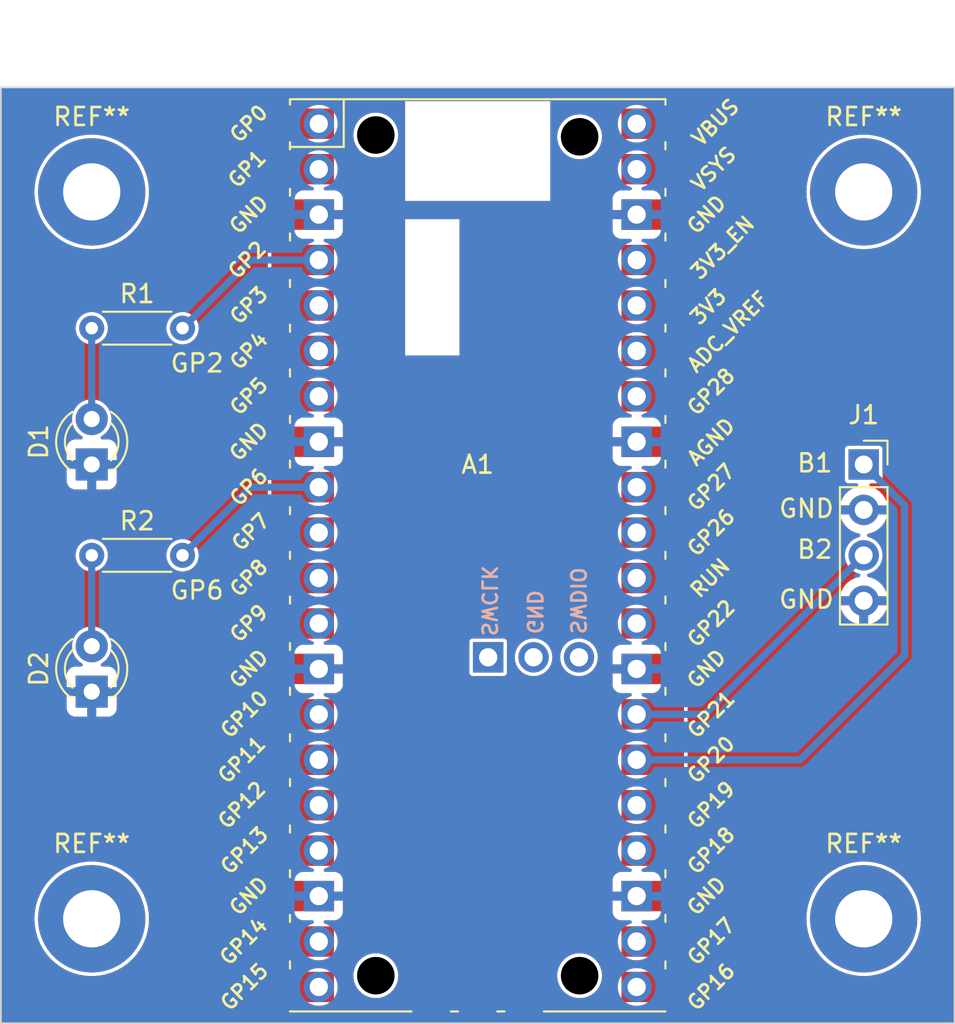
<source format=kicad_pcb>
(kicad_pcb (version 20221018) (generator pcbnew)
  (layers (0 "F.Cu" signal) (31 "B.Cu" signal) (34 "B.Paste" user) (35 "F.Paste" user) (36 "B.SilkS" user "B.Silkscreen") (37 "F.SilkS" user "F.Silkscreen") (38 "B.Mask" user) (39 "F.Mask" user) (44 "Edge.Cuts" user))
  (net 0 "")
  (net 3 "/LED1")
  (net 4 "/LED2")
  (net 21 "/BUTTON_2")
  (net 22 "/BUTTON_1")
  (net 33 "Net-(D1-A)")
  (net 34 "Net-(D2-A)")
  (net 35 "/GND")
  (footprint "twyleg-mechanical:MountingHole_3.2mm_M3" (layer "F.Cu") (at 104.14 96.52)
    (fp_text reference "REF**" (at 0 -4.2) (layer "F.SilkS"))
    (fp_text value "MP_MountingHole_3.2mm_M3" hide)
    (pad "" np_thru_hole circle (at 0 0) (size 6 6) (drill 3.2) (layers "F&B.Cu" "*.Mask"))
  )
  (footprint "LED_THT:LED_D3.0mm" (layer "F.Cu") (at 104.14 71.12 90)
    (fp_text reference "D1" (at 1.27 -2.96 90) (layer "F.SilkS"))
    (fp_text value "LED")
    (fp_line (start -0.29 -1.236) (end -0.29 -1.08) (stroke (width 0.12)) (layer "F.SilkS"))
    (fp_line (start -0.29 1.08) (end -0.29 1.236) (stroke (width 0.12)) (layer "F.SilkS"))
    (fp_arc (start -0.29 -1.235516) (mid 1.366487 -1.987659) (end 2.942335 -1.078608) (stroke (width 0.12)) (layer "F.SilkS"))
    (fp_arc (start 0.229039 -1.08) (mid 1.270117 -1.5) (end 2.31113 -1.079837) (stroke (width 0.12)) (layer "F.SilkS"))
    (fp_arc (start 2.31113 1.079837) (mid 1.270117 1.5) (end 0.229039 1.08) (stroke (width 0.12)) (layer "F.SilkS"))
    (fp_arc (start 2.942335 1.078608) (mid 1.366487 1.987659) (end -0.29 1.235516) (stroke (width 0.12)) (layer "F.SilkS"))
    (pad "1" thru_hole rect (at 0 0 90) (size 1.8 1.8) (drill 0.9) (layers "*.Cu" "*.Mask") (net 35 "/GND"))
    (pad "2" thru_hole circle (at 2.54 0 90) (size 1.8 1.8) (drill 0.9) (layers "*.Cu" "*.Mask") (net 33 "Net-(D1-A)"))
  )
  (footprint "Resistor_THT:R_Axial_DIN0204_L3.6mm_D1.6mm_P5.08mm_Horizontal" (layer "F.Cu") (at 104.14 76.2)
    (fp_text reference "R2" (at 2.54 -1.92) (layer "F.SilkS"))
    (fp_text value "150")
    (fp_line (start 0.62 -0.92) (end 4.46 -0.92) (stroke (width 0.12)) (layer "F.SilkS"))
    (fp_line (start 0.62 0.92) (end 4.46 0.92) (stroke (width 0.12)) (layer "F.SilkS"))
    (pad "1" thru_hole circle (at 0 0) (size 1.4 1.4) (drill 0.7) (layers "*.Cu" "*.Mask") (net 34 "Net-(D2-A)"))
    (pad "2" thru_hole oval (at 5.08 0) (size 1.4 1.4) (drill 0.7) (layers "*.Cu" "*.Mask") (net 4 "/LED2"))
  )
  (footprint "twyleg-mechanical:MountingHole_3.2mm_M3" (layer "F.Cu") (at 147.32 96.52)
    (fp_text reference "REF**" (at 0 -4.2) (layer "F.SilkS"))
    (fp_text value "MP_MountingHole_3.2mm_M3" hide)
    (pad "" np_thru_hole circle (at 0 0) (size 6 6) (drill 3.2) (layers "F&B.Cu" "*.Mask"))
  )
  (footprint "twyleg-mechanical:MountingHole_3.2mm_M3" (layer "F.Cu") (at 104.14 55.88)
    (fp_text reference "REF**" (at 0 -4.2) (layer "F.SilkS"))
    (fp_text value "MP_MountingHole_3.2mm_M3" hide)
    (pad "" np_thru_hole circle (at 0 0) (size 6 6) (drill 3.2) (layers "F&B.Cu" "*.Mask"))
  )
  (footprint "twyleg-mechanical:MountingHole_3.2mm_M3" (layer "F.Cu") (at 147.32 55.88)
    (fp_text reference "REF**" (at 0 -4.2) (layer "F.SilkS"))
    (fp_text value "MP_MountingHole_3.2mm_M3" hide)
    (pad "" np_thru_hole circle (at 0 0) (size 6 6) (drill 3.2) (layers "F&B.Cu" "*.Mask"))
  )
  (footprint "twyleg-board-connectors:RaspberryPiPicoW-THT-Dev" (layer "F.Cu") (at 125.73 76.2)
    (fp_text reference "A1" (at 0 -5.08) (layer "F.SilkS"))
    (fp_text value "RaspberryPi-Pico")
    (fp_text user "SWCLK" (at 0.635 2.54 270 unlocked) (layer "B.SilkS") (effects (font (size 0.8 0.8)) (justify mirror)))
    (fp_text user "SWDIO" (at 5.6 2.54 270 unlocked) (layer "B.SilkS") (effects (font (size 0.8 0.8)) (justify mirror)))
    (fp_text user "GND" (at 3.175 3.175 270 unlocked) (layer "B.SilkS") (effects (font (size 0.8 0.8)) (justify mirror)))
    (fp_text user "3V3" (at 12.9 -13.9 45) (layer "F.SilkS") (effects (font (size 0.8 0.8))))
    (fp_text user "GP2" (at -12.9 -16.51 45) (layer "F.SilkS") (effects (font (size 0.8 0.8))))
    (fp_text user "GP10" (at -13.054 8.89 45) (layer "F.SilkS") (effects (font (size 0.8 0.8))))
    (fp_text user "3V3_EN" (at 13.7 -17.2 45) (layer "F.SilkS") (effects (font (size 0.8 0.8))))
    (fp_text user "GP8" (at -12.8 1.27 45) (layer "F.SilkS") (effects (font (size 0.8 0.8))))
    (fp_text user "GP6" (at -12.8 -3.81 45) (layer "F.SilkS") (effects (font (size 0.8 0.8))))
    (fp_text user "VSYS" (at 13.2 -21.59 45) (layer "F.SilkS") (effects (font (size 0.8 0.8))))
    (fp_text user "GP14" (at -13.1 21.59 45) (layer "F.SilkS") (effects (font (size 0.8 0.8))))
    (fp_text user "RUN" (at 13 1.27 45) (layer "F.SilkS") (effects (font (size 0.8 0.8))))
    (fp_text user "GP13" (at -13.054 16.51 45) (layer "F.SilkS") (effects (font (size 0.8 0.8))))
    (fp_text user "GP28" (at 13.054 -9.144 45) (layer "F.SilkS") (effects (font (size 0.8 0.8))))
    (fp_text user "GND" (at -12.8 19.05 45) (layer "F.SilkS") (effects (font (size 0.8 0.8))))
    (fp_text user "GP26" (at 13.054 -1.27 45) (layer "F.SilkS") (effects (font (size 0.8 0.8))))
    (fp_text user "AGND" (at 13.054 -6.35 45) (layer "F.SilkS") (effects (font (size 0.8 0.8))))
    (fp_text user "GP9" (at -12.8 3.81 45) (layer "F.SilkS") (effects (font (size 0.8 0.8))))
    (fp_text user "GP16" (at 13.054 24.13 45) (layer "F.SilkS") (effects (font (size 0.8 0.8))))
    (fp_text user "GP19" (at 13.054 13.97 45) (layer "F.SilkS") (effects (font (size 0.8 0.8))))
    (fp_text user "GP0" (at -12.8 -24.13 45) (layer "F.SilkS") (effects (font (size 0.8 0.8))))
    (fp_text user "GP21" (at 13.054 8.9 45) (layer "F.SilkS") (effects (font (size 0.8 0.8))))
    (fp_text user "GP18" (at 13.054 16.51 45) (layer "F.SilkS") (effects (font (size 0.8 0.8))))
    (fp_text user "GP11" (at -13.2 11.43 45) (layer "F.SilkS") (effects (font (size 0.8 0.8))))
    (fp_text user "GP22" (at 13.054 3.81 45) (layer "F.SilkS") (effects (font (size 0.8 0.8))))
    (fp_text user "GP27" (at 13.054 -3.8 45) (layer "F.SilkS") (effects (font (size 0.8 0.8))))
    (fp_text user "GP1" (at -12.9 -21.6 45) (layer "F.SilkS") (effects (font (size 0.8 0.8))))
    (fp_text user "GND" (at 12.8 19.05 45) (layer "F.SilkS") (effects (font (size 0.8 0.8))))
    (fp_text user "GP5" (at -12.8 -8.89 45) (layer "F.SilkS") (effects (font (size 0.8 0.8))))
    (fp_text user "GND" (at -12.8 -6.35 45) (layer "F.SilkS") (effects (font (size 0.8 0.8))))
    (fp_text user "GP12" (at -13.2 13.97 45) (layer "F.SilkS") (effects (font (size 0.8 0.8))))
    (fp_text user "GP4" (at -12.8 -11.43 45) (layer "F.SilkS") (effects (font (size 0.8 0.8))))
    (fp_text user "ADC_VREF" (at 14 -12.5 45) (layer "F.SilkS") (effects (font (size 0.8 0.8))))
    (fp_text user "GND" (at -12.8 -19.05 45) (layer "F.SilkS") (effects (font (size 0.8 0.8))))
    (fp_text user "VBUS" (at 13.3 -24.2 45) (layer "F.SilkS") (effects (font (size 0.8 0.8))))
    (fp_text user "GND" (at 12.8 6.35 45) (layer "F.SilkS") (effects (font (size 0.8 0.8))))
    (fp_text user "GP17" (at 13.054 21.59 45) (layer "F.SilkS") (effects (font (size 0.8 0.8))))
    (fp_text user "GP3" (at -12.8 -13.97 45) (layer "F.SilkS") (effects (font (size 0.8 0.8))))
    (fp_text user "GND" (at 12.8 -19.05 45) (layer "F.SilkS") (effects (font (size 0.8 0.8))))
    (fp_text user "GP7" (at -12.7 -1.3 45) (layer "F.SilkS") (effects (font (size 0.8 0.8))))
    (fp_text user "GND" (at -12.8 6.35 45) (layer "F.SilkS") (effects (font (size 0.8 0.8))))
    (fp_text user "GP20" (at 13.054 11.43 45) (layer "F.SilkS") (effects (font (size 0.8 0.8))))
    (fp_text user "GP15" (at -13.054 24.13 45) (layer "F.SilkS") (effects (font (size 0.8 0.8))))
    (fp_line (start -10.5 -25.5) (end -10.5 -25.2) (stroke (width 0.12)) (layer "F.SilkS"))
    (fp_line (start -10.5 -25.5) (end 10.5 -25.5) (stroke (width 0.12)) (layer "F.SilkS"))
    (fp_line (start -10.5 -23.1) (end -10.5 -22.7) (stroke (width 0.12)) (layer "F.SilkS"))
    (fp_line (start -10.5 -22.833) (end -7.493 -22.833) (stroke (width 0.12)) (layer "F.SilkS"))
    (fp_line (start -10.5 -20.5) (end -10.5 -20.1) (stroke (width 0.12)) (layer "F.SilkS"))
    (fp_line (start -10.5 -18) (end -10.5 -17.6) (stroke (width 0.12)) (layer "F.SilkS"))
    (fp_line (start -10.5 -15.4) (end -10.5 -15) (stroke (width 0.12)) (layer "F.SilkS"))
    (fp_line (start -10.5 -12.9) (end -10.5 -12.5) (stroke (width 0.12)) (layer "F.SilkS"))
    (fp_line (start -10.5 -10.4) (end -10.5 -10) (stroke (width 0.12)) (layer "F.SilkS"))
    (fp_line (start -10.5 -7.8) (end -10.5 -7.4) (stroke (width 0.12)) (layer "F.SilkS"))
    (fp_line (start -10.5 -5.3) (end -10.5 -4.9) (stroke (width 0.12)) (layer "F.SilkS"))
    (fp_line (start -10.5 -2.7) (end -10.5 -2.3) (stroke (width 0.12)) (layer "F.SilkS"))
    (fp_line (start -10.5 -0.2) (end -10.5 0.2) (stroke (width 0.12)) (layer "F.SilkS"))
    (fp_line (start -10.5 2.3) (end -10.5 2.7) (stroke (width 0.12)) (layer "F.SilkS"))
    (fp_line (start -10.5 4.9) (end -10.5 5.3) (stroke (width 0.12)) (layer "F.SilkS"))
    (fp_line (start -10.5 7.4) (end -10.5 7.8) (stroke (width 0.12)) (layer "F.SilkS"))
    (fp_line (start -10.5 10) (end -10.5 10.4) (stroke (width 0.12)) (layer "F.SilkS"))
    (fp_line (start -10.5 12.5) (end -10.5 12.9) (stroke (width 0.12)) (layer "F.SilkS"))
    (fp_line (start -10.5 15.1) (end -10.5 15.5) (stroke (width 0.12)) (layer "F.SilkS"))
    (fp_line (start -10.5 17.6) (end -10.5 18) (stroke (width 0.12)) (layer "F.SilkS"))
    (fp_line (start -10.5 20.1) (end -10.5 20.5) (stroke (width 0.12)) (layer "F.SilkS"))
    (fp_line (start -10.5 22.7) (end -10.5 23.1) (stroke (width 0.12)) (layer "F.SilkS"))
    (fp_line (start -7.493 -22.833) (end -7.493 -25.5) (stroke (width 0.12)) (layer "F.SilkS"))
    (fp_line (start -3.7 25.5) (end -10.5 25.5) (stroke (width 0.12)) (layer "F.SilkS"))
    (fp_line (start -1.5 25.5) (end -1.1 25.5) (stroke (width 0.12)) (layer "F.SilkS"))
    (fp_line (start 1.1 25.5) (end 1.5 25.5) (stroke (width 0.12)) (layer "F.SilkS"))
    (fp_line (start 10.5 -25.5) (end 10.5 -25.2) (stroke (width 0.12)) (layer "F.SilkS"))
    (fp_line (start 10.5 -23.1) (end 10.5 -22.7) (stroke (width 0.12)) (layer "F.SilkS"))
    (fp_line (start 10.5 -20.5) (end 10.5 -20.1) (stroke (width 0.12)) (layer "F.SilkS"))
    (fp_line (start 10.5 -18) (end 10.5 -17.6) (stroke (width 0.12)) (layer "F.SilkS"))
    (fp_line (start 10.5 -15.4) (end 10.5 -15) (stroke (width 0.12)) (layer "F.SilkS"))
    (fp_line (start 10.5 -12.9) (end 10.5 -12.5) (stroke (width 0.12)) (layer "F.SilkS"))
    (fp_line (start 10.5 -10.4) (end 10.5 -10) (stroke (width 0.12)) (layer "F.SilkS"))
    (fp_line (start 10.5 -7.8) (end 10.5 -7.4) (stroke (width 0.12)) (layer "F.SilkS"))
    (fp_line (start 10.5 -5.3) (end 10.5 -4.9) (stroke (width 0.12)) (layer "F.SilkS"))
    (fp_line (start 10.5 -2.7) (end 10.5 -2.3) (stroke (width 0.12)) (layer "F.SilkS"))
    (fp_line (start 10.5 -0.2) (end 10.5 0.2) (stroke (width 0.12)) (layer "F.SilkS"))
    (fp_line (start 10.5 2.3) (end 10.5 2.7) (stroke (width 0.12)) (layer "F.SilkS"))
    (fp_line (start 10.5 4.9) (end 10.5 5.3) (stroke (width 0.12)) (layer "F.SilkS"))
    (fp_line (start 10.5 7.4) (end 10.5 7.8) (stroke (width 0.12)) (layer "F.SilkS"))
    (fp_line (start 10.5 10) (end 10.5 10.4) (stroke (width 0.12)) (layer "F.SilkS"))
    (fp_line (start 10.5 12.5) (end 10.5 12.9) (stroke (width 0.12)) (layer "F.SilkS"))
    (fp_line (start 10.5 15.1) (end 10.5 15.5) (stroke (width 0.12)) (layer "F.SilkS"))
    (fp_line (start 10.5 17.6) (end 10.5 18) (stroke (width 0.12)) (layer "F.SilkS"))
    (fp_line (start 10.5 20.1) (end 10.5 20.5) (stroke (width 0.12)) (layer "F.SilkS"))
    (fp_line (start 10.5 22.7) (end 10.5 23.1) (stroke (width 0.12)) (layer "F.SilkS"))
    (fp_line (start 10.5 25.5) (end 3.7 25.5) (stroke (width 0.12)) (layer "F.SilkS"))
    (pad "" np_thru_hole circle (at -5.7 -23.5) (size 2.1 2.1) (drill 2.1) (layers "*.Mask"))
    (pad "" np_thru_hole circle (at -5.7 23.5) (size 2.1 2.1) (drill 2.1) (layers "*.Mask"))
    (pad "" np_thru_hole oval (at -2.725 -24) (size 1.8 1.8) (drill 1.8) (layers "*.Cu" "*.Mask"))
    (pad "" np_thru_hole oval (at -2.425 -20.97) (size 1.5 1.5) (drill 1.5) (layers "*.Cu" "*.Mask"))
    (pad "" np_thru_hole oval (at 2.425 -20.97) (size 1.5 1.5) (drill 1.5) (layers "*.Cu" "*.Mask"))
    (pad "" np_thru_hole oval (at 2.725 -24) (size 1.8 1.8) (drill 1.8) (layers "*.Cu" "*.Mask"))
    (pad "" np_thru_hole circle (at 5.7 -23.4) (size 2.1 2.1) (drill 2.1) (layers "*.Mask"))
    (pad "" np_thru_hole circle (at 5.7 23.5) (size 2.1 2.1) (drill 2.1) (layers "*.Mask"))
    (pad "1" thru_hole oval (at -8.89 -24.13) (size 1.7 1.7) (drill 1.02) (layers "*.Cu" "*.Mask"))
    (pad "1" smd rect (at -8.89 -24.13) (size 3.5 1.7) (drill (offset -0.9 0)) (layers "F.Cu" "F.Mask"))
    (pad "2" thru_hole oval (at -8.89 -21.59) (size 1.7 1.7) (drill 1.02) (layers "*.Cu" "*.Mask"))
    (pad "2" smd rect (at -8.89 -21.59) (size 3.5 1.7) (drill (offset -0.9 0)) (layers "F.Cu" "F.Mask"))
    (pad "3" thru_hole rect (at -8.89 -19.05) (size 1.7 1.7) (drill 1.02) (layers "*.Cu" "*.Mask") (net 35 "/GND"))
    (pad "3" smd rect (at -8.89 -19.05) (size 3.5 1.7) (drill (offset -0.9 0)) (layers "F.Cu" "F.Mask") (net 35 "/GND"))
    (pad "4" thru_hole oval (at -8.89 -16.51) (size 1.7 1.7) (drill 1.02) (layers "*.Cu" "*.Mask") (net 3 "/LED1"))
    (pad "4" smd rect (at -8.89 -16.51) (size 3.5 1.7) (drill (offset -0.9 0)) (layers "F.Cu" "F.Mask") (net 3 "/LED1"))
    (pad "5" thru_hole oval (at -8.89 -13.97) (size 1.7 1.7) (drill 1.02) (layers "*.Cu" "*.Mask"))
    (pad "5" smd rect (at -8.89 -13.97) (size 3.5 1.7) (drill (offset -0.9 0)) (layers "F.Cu" "F.Mask"))
    (pad "6" thru_hole oval (at -8.89 -11.43) (size 1.7 1.7) (drill 1.02) (layers "*.Cu" "*.Mask"))
    (pad "6" smd rect (at -8.89 -11.43) (size 3.5 1.7) (drill (offset -0.9 0)) (layers "F.Cu" "F.Mask"))
    (pad "7" thru_hole oval (at -8.89 -8.89) (size 1.7 1.7) (drill 1.02) (layers "*.Cu" "*.Mask"))
    (pad "7" smd rect (at -8.89 -8.89) (size 3.5 1.7) (drill (offset -0.9 0)) (layers "F.Cu" "F.Mask"))
    (pad "8" thru_hole rect (at -8.89 -6.35) (size 1.7 1.7) (drill 1.02) (layers "*.Cu" "*.Mask") (net 35 "/GND"))
    (pad "8" smd rect (at -8.89 -6.35) (size 3.5 1.7) (drill (offset -0.9 0)) (layers "F.Cu" "F.Mask") (net 35 "/GND"))
    (pad "9" thru_hole oval (at -8.89 -3.81) (size 1.7 1.7) (drill 1.02) (layers "*.Cu" "*.Mask") (net 4 "/LED2"))
    (pad "9" smd rect (at -8.89 -3.81) (size 3.5 1.7) (drill (offset -0.9 0)) (layers "F.Cu" "F.Mask") (net 4 "/LED2"))
    (pad "10" thru_hole oval (at -8.89 -1.27) (size 1.7 1.7) (drill 1.02) (layers "*.Cu" "*.Mask"))
    (pad "10" smd rect (at -8.89 -1.27) (size 3.5 1.7) (drill (offset -0.9 0)) (layers "F.Cu" "F.Mask"))
    (pad "11" thru_hole oval (at -8.89 1.27) (size 1.7 1.7) (drill 1.02) (layers "*.Cu" "*.Mask"))
    (pad "11" smd rect (at -8.89 1.27) (size 3.5 1.7) (drill (offset -0.9 0)) (layers "F.Cu" "F.Mask"))
    (pad "12" thru_hole oval (at -8.89 3.81) (size 1.7 1.7) (drill 1.02) (layers "*.Cu" "*.Mask"))
    (pad "12" smd rect (at -8.89 3.81) (size 3.5 1.7) (drill (offset -0.9 0)) (layers "F.Cu" "F.Mask"))
    (pad "13" thru_hole rect (at -8.89 6.35) (size 1.7 1.7) (drill 1.02) (layers "*.Cu" "*.Mask") (net 35 "/GND"))
    (pad "13" smd rect (at -8.89 6.35) (size 3.5 1.7) (drill (offset -0.9 0)) (layers "F.Cu" "F.Mask") (net 35 "/GND"))
    (pad "14" thru_hole oval (at -8.89 8.89) (size 1.7 1.7) (drill 1.02) (layers "*.Cu" "*.Mask"))
    (pad "14" smd rect (at -8.89 8.89) (size 3.5 1.7) (drill (offset -0.9 0)) (layers "F.Cu" "F.Mask"))
    (pad "15" thru_hole oval (at -8.89 11.43) (size 1.7 1.7) (drill 1.02) (layers "*.Cu" "*.Mask"))
    (pad "15" smd rect (at -8.89 11.43) (size 3.5 1.7) (drill (offset -0.9 0)) (layers "F.Cu" "F.Mask"))
    (pad "16" thru_hole oval (at -8.89 13.97) (size 1.7 1.7) (drill 1.02) (layers "*.Cu" "*.Mask"))
    (pad "16" smd rect (at -8.89 13.97) (size 3.5 1.7) (drill (offset -0.9 0)) (layers "F.Cu" "F.Mask"))
    (pad "17" thru_hole oval (at -8.89 16.51) (size 1.7 1.7) (drill 1.02) (layers "*.Cu" "*.Mask"))
    (pad "17" smd rect (at -8.89 16.51) (size 3.5 1.7) (drill (offset -0.9 0)) (layers "F.Cu" "F.Mask"))
    (pad "18" thru_hole rect (at -8.89 19.05) (size 1.7 1.7) (drill 1.02) (layers "*.Cu" "*.Mask") (net 35 "/GND"))
    (pad "18" smd rect (at -8.89 19.05) (size 3.5 1.7) (drill (offset -0.9 0)) (layers "F.Cu" "F.Mask") (net 35 "/GND"))
    (pad "19" thru_hole oval (at -8.89 21.59) (size 1.7 1.7) (drill 1.02) (layers "*.Cu" "*.Mask"))
    (pad "19" smd rect (at -8.89 21.59) (size 3.5 1.7) (drill (offset -0.9 0)) (layers "F.Cu" "F.Mask"))
    (pad "20" thru_hole oval (at -8.89 24.13) (size 1.7 1.7) (drill 1.02) (layers "*.Cu" "*.Mask"))
    (pad "20" smd rect (at -8.89 24.13) (size 3.5 1.7) (drill (offset -0.9 0)) (layers "F.Cu" "F.Mask"))
    (pad "21" thru_hole oval (at 8.89 24.13) (size 1.7 1.7) (drill 1.02) (layers "*.Cu" "*.Mask"))
    (pad "21" smd rect (at 8.89 24.13) (size 3.5 1.7) (drill (offset 0.9 0)) (layers "F.Cu" "F.Mask"))
    (pad "22" thru_hole oval (at 8.89 21.59) (size 1.7 1.7) (drill 1.02) (layers "*.Cu" "*.Mask"))
    (pad "22" smd rect (at 8.89 21.59) (size 3.5 1.7) (drill (offset 0.9 0)) (layers "F.Cu" "F.Mask"))
    (pad "23" thru_hole rect (at 8.89 19.05) (size 1.7 1.7) (drill 1.02) (layers "*.Cu" "*.Mask") (net 35 "/GND"))
    (pad "23" smd rect (at 8.89 19.05) (size 3.5 1.7) (drill (offset 0.9 0)) (layers "F.Cu" "F.Mask") (net 35 "/GND"))
    (pad "24" thru_hole oval (at 8.89 16.51) (size 1.7 1.7) (drill 1.02) (layers "*.Cu" "*.Mask"))
    (pad "24" smd rect (at 8.89 16.51) (size 3.5 1.7) (drill (offset 0.9 0)) (layers "F.Cu" "F.Mask"))
    (pad "25" thru_hole oval (at 8.89 13.97) (size 1.7 1.7) (drill 1.02) (layers "*.Cu" "*.Mask"))
    (pad "25" smd rect (at 8.89 13.97) (size 3.5 1.7) (drill (offset 0.9 0)) (layers "F.Cu" "F.Mask"))
    (pad "26" thru_hole oval (at 8.89 11.43) (size 1.7 1.7) (drill 1.02) (layers "*.Cu" "*.Mask") (net 21 "/BUTTON_2"))
    (pad "26" smd rect (at 8.89 11.43) (size 3.5 1.7) (drill (offset 0.9 0)) (layers "F.Cu" "F.Mask") (net 21 "/BUTTON_2"))
    (pad "27" thru_hole oval (at 8.89 8.89) (size 1.7 1.7) (drill 1.02) (layers "*.Cu" "*.Mask") (net 22 "/BUTTON_1"))
    (pad "27" smd rect (at 8.89 8.89) (size 3.5 1.7) (drill (offset 0.9 0)) (layers "F.Cu" "F.Mask") (net 22 "/BUTTON_1"))
    (pad "28" thru_hole rect (at 8.89 6.35) (size 1.7 1.7) (drill 1.02) (layers "*.Cu" "*.Mask") (net 35 "/GND"))
    (pad "28" smd rect (at 8.89 6.35) (size 3.5 1.7) (drill (offset 0.9 0)) (layers "F.Cu" "F.Mask") (net 35 "/GND"))
    (pad "29" thru_hole oval (at 8.89 3.81) (size 1.7 1.7) (drill 1.02) (layers "*.Cu" "*.Mask"))
    (pad "29" smd rect (at 8.89 3.81) (size 3.5 1.7) (drill (offset 0.9 0)) (layers "F.Cu" "F.Mask"))
    (pad "30" thru_hole oval (at 8.89 1.27) (size 1.7 1.7) (drill 1.02) (layers "*.Cu" "*.Mask"))
    (pad "30" smd rect (at 8.89 1.27) (size 3.5 1.7) (drill (offset 0.9 0)) (layers "F.Cu" "F.Mask"))
    (pad "31" thru_hole oval (at 8.89 -1.27) (size 1.7 1.7) (drill 1.02) (layers "*.Cu" "*.Mask"))
    (pad "31" smd rect (at 8.89 -1.27) (size 3.5 1.7) (drill (offset 0.9 0)) (layers "F.Cu" "F.Mask"))
    (pad "32" thru_hole oval (at 8.89 -3.81) (size 1.7 1.7) (drill 1.02) (layers "*.Cu" "*.Mask"))
    (pad "32" smd rect (at 8.89 -3.81) (size 3.5 1.7) (drill (offset 0.9 0)) (layers "F.Cu" "F.Mask"))
    (pad "33" thru_hole rect (at 8.89 -6.35) (size 1.7 1.7) (drill 1.02) (layers "*.Cu" "*.Mask") (net 35 "/GND"))
    (pad "33" smd rect (at 8.89 -6.35) (size 3.5 1.7) (drill (offset 0.9 0)) (layers "F.Cu" "F.Mask") (net 35 "/GND"))
    (pad "34" thru_hole oval (at 8.89 -8.89) (size 1.7 1.7) (drill 1.02) (layers "*.Cu" "*.Mask"))
    (pad "34" smd rect (at 8.89 -8.89) (size 3.5 1.7) (drill (offset 0.9 0)) (layers "F.Cu" "F.Mask"))
    (pad "35" thru_hole oval (at 8.89 -11.43) (size 1.7 1.7) (drill 1.02) (layers "*.Cu" "*.Mask"))
    (pad "35" smd rect (at 8.89 -11.43) (size 3.5 1.7) (drill (offset 0.9 0)) (layers "F.Cu" "F.Mask"))
    (pad "36" thru_hole oval (at 8.89 -13.97) (size 1.7 1.7) (drill 1.02) (layers "*.Cu" "*.Mask"))
    (pad "36" smd rect (at 8.89 -13.97) (size 3.5 1.7) (drill (offset 0.9 0)) (layers "F.Cu" "F.Mask"))
    (pad "37" thru_hole oval (at 8.89 -16.51) (size 1.7 1.7) (drill 1.02) (layers "*.Cu" "*.Mask"))
    (pad "37" smd rect (at 8.89 -16.51) (size 3.5 1.7) (drill (offset 0.9 0)) (layers "F.Cu" "F.Mask"))
    (pad "38" thru_hole rect (at 8.89 -19.05) (size 1.7 1.7) (drill 1.02) (layers "*.Cu" "*.Mask") (net 35 "/GND"))
    (pad "38" smd rect (at 8.89 -19.05) (size 3.5 1.7) (drill (offset 0.9 0)) (layers "F.Cu" "F.Mask") (net 35 "/GND"))
    (pad "39" thru_hole oval (at 8.89 -21.59) (size 1.7 1.7) (drill 1.02) (layers "*.Cu" "*.Mask"))
    (pad "39" smd rect (at 8.89 -21.59) (size 3.5 1.7) (drill (offset 0.9 0)) (layers "F.Cu" "F.Mask"))
    (pad "40" thru_hole oval (at 8.89 -24.13) (size 1.7 1.7) (drill 1.02) (layers "*.Cu" "*.Mask"))
    (pad "40" smd rect (at 8.89 -24.13) (size 3.5 1.7) (drill (offset 0.9 0)) (layers "F.Cu" "F.Mask"))
    (pad "41" thru_hole rect (at 0.5841 5.7) (size 1.7 1.7) (drill 1.02) (layers "*.Cu" "*.Mask"))
    (pad "42" thru_hole circle (at 3.1241 5.7) (size 1.7 1.7) (drill 1.02) (layers "*.Cu" "*.Mask"))
    (pad "43" thru_hole oval (at 5.6641 5.7) (size 1.7 1.7) (drill 1.02) (layers "*.Cu" "*.Mask"))
  )
  (footprint "Connector_PinSocket_2.54mm:PinSocket_1x04_P2.54mm_Vertical" (layer "F.Cu") (at 147.32 71.12)
    (fp_text reference "J1" (at 0 -2.77) (layer "F.SilkS"))
    (fp_text value "Conn_01x04_Pin")
    (fp_line (start -1.33 1.27) (end -1.33 8.95) (stroke (width 0.12)) (layer "F.SilkS"))
    (fp_line (start -1.33 1.27) (end 1.33 1.27) (stroke (width 0.12)) (layer "F.SilkS"))
    (fp_line (start -1.33 8.95) (end 1.33 8.95) (stroke (width 0.12)) (layer "F.SilkS"))
    (fp_line (start 0 -1.33) (end 1.33 -1.33) (stroke (width 0.12)) (layer "F.SilkS"))
    (fp_line (start 1.33 -1.33) (end 1.33 0) (stroke (width 0.12)) (layer "F.SilkS"))
    (fp_line (start 1.33 1.27) (end 1.33 8.95) (stroke (width 0.12)) (layer "F.SilkS"))
    (pad "1" thru_hole rect (at 0 0) (size 1.7 1.7) (drill 1) (layers "*.Cu" "*.Mask") (net 21 "/BUTTON_2"))
    (pad "2" thru_hole oval (at 0 2.54) (size 1.7 1.7) (drill 1) (layers "*.Cu" "*.Mask") (net 35 "/GND"))
    (pad "3" thru_hole oval (at 0 5.08) (size 1.7 1.7) (drill 1) (layers "*.Cu" "*.Mask") (net 22 "/BUTTON_1"))
    (pad "4" thru_hole oval (at 0 7.62) (size 1.7 1.7) (drill 1) (layers "*.Cu" "*.Mask") (net 35 "/GND"))
  )
  (footprint "LED_THT:LED_D3.0mm" (layer "F.Cu") (at 104.14 83.82 90)
    (fp_text reference "D2" (at 1.27 -2.96 90) (layer "F.SilkS"))
    (fp_text value "LED")
    (fp_line (start -0.29 -1.236) (end -0.29 -1.08) (stroke (width 0.12)) (layer "F.SilkS"))
    (fp_line (start -0.29 1.08) (end -0.29 1.236) (stroke (width 0.12)) (layer "F.SilkS"))
    (fp_arc (start -0.29 -1.235516) (mid 1.366487 -1.987659) (end 2.942335 -1.078608) (stroke (width 0.12)) (layer "F.SilkS"))
    (fp_arc (start 0.229039 -1.08) (mid 1.270117 -1.5) (end 2.31113 -1.079837) (stroke (width 0.12)) (layer "F.SilkS"))
    (fp_arc (start 2.31113 1.079837) (mid 1.270117 1.5) (end 0.229039 1.08) (stroke (width 0.12)) (layer "F.SilkS"))
    (fp_arc (start 2.942335 1.078608) (mid 1.366487 1.987659) (end -0.29 1.235516) (stroke (width 0.12)) (layer "F.SilkS"))
    (pad "1" thru_hole rect (at 0 0 90) (size 1.8 1.8) (drill 0.9) (layers "*.Cu" "*.Mask") (net 35 "/GND"))
    (pad "2" thru_hole circle (at 2.54 0 90) (size 1.8 1.8) (drill 0.9) (layers "*.Cu" "*.Mask") (net 34 "Net-(D2-A)"))
  )
  (footprint "Resistor_THT:R_Axial_DIN0204_L3.6mm_D1.6mm_P5.08mm_Horizontal" (layer "F.Cu") (at 104.14 63.5)
    (fp_text reference "R1" (at 2.54 -1.92) (layer "F.SilkS"))
    (fp_text value "150")
    (fp_line (start 0.62 -0.92) (end 4.46 -0.92) (stroke (width 0.12)) (layer "F.SilkS"))
    (fp_line (start 0.62 0.92) (end 4.46 0.92) (stroke (width 0.12)) (layer "F.SilkS"))
    (pad "1" thru_hole circle (at 0 0) (size 1.4 1.4) (drill 0.7) (layers "*.Cu" "*.Mask") (net 33 "Net-(D1-A)"))
    (pad "2" thru_hole oval (at 5.08 0) (size 1.4 1.4) (drill 0.7) (layers "*.Cu" "*.Mask") (net 3 "/LED1"))
  )
  (gr_rect (start 99.06 50.038) (end 152.4 102.362) (stroke (width 0.1)) (fill none) (layer "Edge.Cuts"))
  (gr_text "GP6" (at 108.458 78.74) (layer "F.SilkS") (effects (font (size 1 1)) (justify left bottom)))
  (gr_text "GND" (at 142.494 79.248) (layer "F.SilkS") (effects (font (size 1 1)) (justify left bottom)))
  (gr_text "B1" (at 143.51 71.628) (layer "F.SilkS") (effects (font (size 1 1)) (justify left bottom)))
  (gr_text "GND" (at 142.494 74.168) (layer "F.SilkS") (effects (font (size 1 1)) (justify left bottom)))
  (gr_text "GP2" (at 108.458 66.04) (layer "F.SilkS") (effects (font (size 1 1)) (justify left bottom)))
  (gr_text "B2" (at 143.51 76.454) (layer "F.SilkS") (effects (font (size 1 1)) (justify left bottom)))
  (segment (start 116.84 59.69) (end 113.03 59.69) (width 0.4) (layer "B.Cu") (net 3))
  (segment (start 113.03 59.69) (end 109.22 63.5) (width 0.4) (layer "B.Cu") (net 3))
  (segment (start 116.84 72.39) (end 113.03 72.39) (width 0.4) (layer "B.Cu") (net 4))
  (segment (start 113.03 72.39) (end 109.22 76.2) (width 0.4) (layer "B.Cu") (net 4))
  (segment (start 149.606 81.788) (end 149.606 73.406) (width 0.4) (layer "B.Cu") (net 21))
  (segment (start 143.764 87.63) (end 149.606 81.788) (width 0.4) (layer "B.Cu") (net 21))
  (segment (start 134.62 87.63) (end 143.764 87.63) (width 0.4) (layer "B.Cu") (net 21))
  (segment (start 149.606 73.406) (end 147.32 71.12) (width 0.4) (layer "B.Cu") (net 21))
  (segment (start 138.43 85.09) (end 147.32 76.2) (width 0.4) (layer "B.Cu") (net 22))
  (segment (start 134.62 85.09) (end 138.43 85.09) (width 0.4) (layer "B.Cu") (net 22))
  (segment (start 104.14 63.5) (end 104.14 68.58) (width 0.4) (layer "B.Cu") (net 33))
  (segment (start 104.14 76.2) (end 104.14 81.28) (width 0.4) (layer "B.Cu") (net 34))
  (zone (net 0) (net_name "") (layers "F&B.Cu") (connect_pads (clearance 0)) (min_thickness 0.25)
    (keepout (tracks not_allowed) (vias not_allowed) (pads not_allowed) (copperpour not_allowed) (footprints allowed))
    (fill (thermal_gap 0.5) (thermal_bridge_width 0.5))
    (polygon (pts (xy 121.666 57.404) (xy 124.714 57.404) (xy 124.714 65.024) (xy 121.666 65.024)))
  )
  (zone (net 0) (net_name "") (layers "F&B.Cu") (connect_pads (clearance 0)) (min_thickness 0.25)
    (keepout (tracks not_allowed) (vias not_allowed) (pads not_allowed) (copperpour not_allowed) (footprints allowed))
    (fill (thermal_gap 0.5) (thermal_bridge_width 0.5))
    (polygon (pts (xy 121.666 50.8) (xy 129.794 50.8) (xy 129.794 56.388) (xy 121.666 56.388)))
  )
  (zone (net 35) (net_name "/GND") (layers "F&B.Cu") (name "GND") (connect_pads (clearance 0.2)) (min_thickness 0.2) (fill yes (thermal_gap 0.5) (thermal_bridge_width 0.5) (island_removal_mode 1) (island_area_min 10))
    (polygon (pts (xy 99.06 50.038) (xy 152.4 50.038) (xy 152.4 102.362) (xy 99.06 102.362)))
  )
)
</source>
